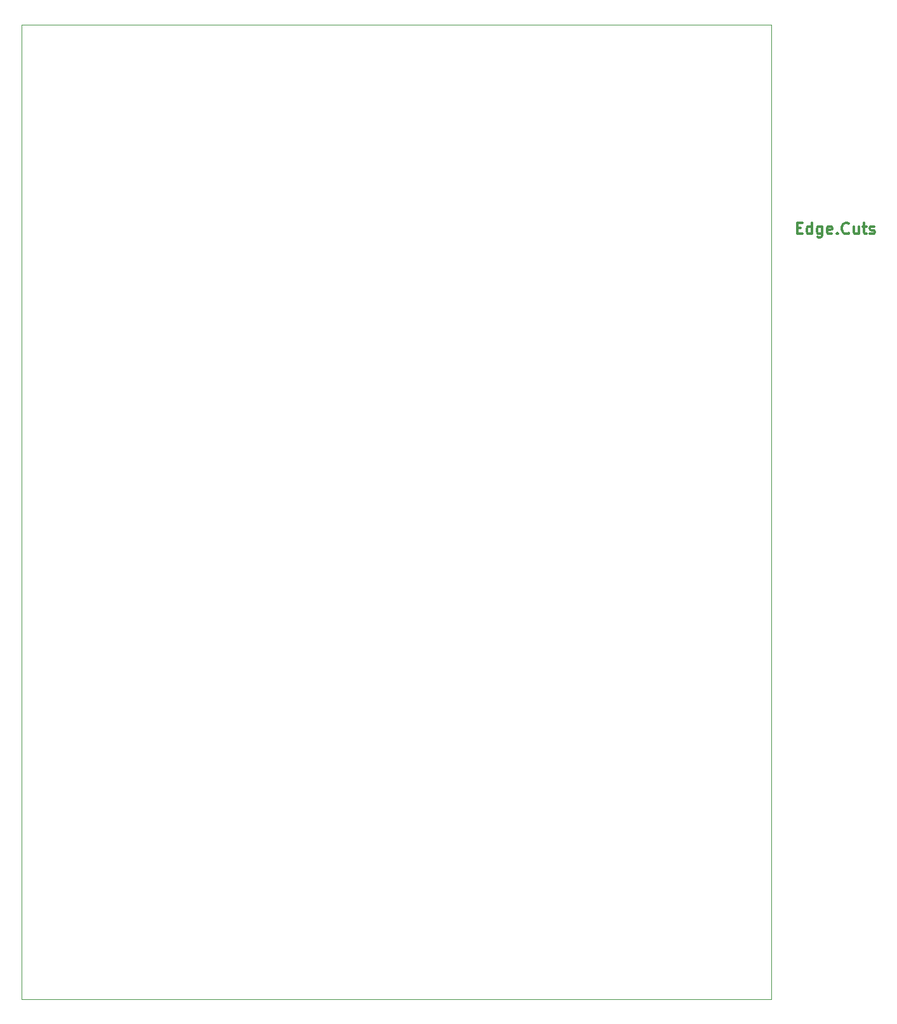
<source format=gbr>
G04 (created by PCBNEW (2013-mar-13)-testing) date Tue 15 Oct 2013 18:56:25 BST*
%MOIN*%
G04 Gerber Fmt 3.4, Leading zero omitted, Abs format*
%FSLAX34Y34*%
G01*
G70*
G90*
G04 APERTURE LIST*
%ADD10C,0.005906*%
%ADD11C,0.011811*%
%ADD12C,0.003937*%
G04 APERTURE END LIST*
G54D10*
G54D11*
X45435Y-15410D02*
X45632Y-15410D01*
X45717Y-15719D02*
X45435Y-15719D01*
X45435Y-15129D01*
X45717Y-15129D01*
X46223Y-15719D02*
X46223Y-15129D01*
X46223Y-15691D02*
X46167Y-15719D01*
X46054Y-15719D01*
X45998Y-15691D01*
X45970Y-15663D01*
X45942Y-15607D01*
X45942Y-15438D01*
X45970Y-15382D01*
X45998Y-15354D01*
X46054Y-15326D01*
X46167Y-15326D01*
X46223Y-15354D01*
X46757Y-15326D02*
X46757Y-15804D01*
X46729Y-15860D01*
X46701Y-15888D01*
X46645Y-15916D01*
X46560Y-15916D01*
X46504Y-15888D01*
X46757Y-15691D02*
X46701Y-15719D01*
X46588Y-15719D01*
X46532Y-15691D01*
X46504Y-15663D01*
X46476Y-15607D01*
X46476Y-15438D01*
X46504Y-15382D01*
X46532Y-15354D01*
X46588Y-15326D01*
X46701Y-15326D01*
X46757Y-15354D01*
X47263Y-15691D02*
X47207Y-15719D01*
X47095Y-15719D01*
X47038Y-15691D01*
X47010Y-15635D01*
X47010Y-15410D01*
X47038Y-15354D01*
X47095Y-15326D01*
X47207Y-15326D01*
X47263Y-15354D01*
X47291Y-15410D01*
X47291Y-15466D01*
X47010Y-15523D01*
X47544Y-15663D02*
X47573Y-15691D01*
X47544Y-15719D01*
X47516Y-15691D01*
X47544Y-15663D01*
X47544Y-15719D01*
X48163Y-15663D02*
X48135Y-15691D01*
X48051Y-15719D01*
X47994Y-15719D01*
X47910Y-15691D01*
X47854Y-15635D01*
X47826Y-15579D01*
X47798Y-15466D01*
X47798Y-15382D01*
X47826Y-15269D01*
X47854Y-15213D01*
X47910Y-15157D01*
X47994Y-15129D01*
X48051Y-15129D01*
X48135Y-15157D01*
X48163Y-15185D01*
X48669Y-15326D02*
X48669Y-15719D01*
X48416Y-15326D02*
X48416Y-15635D01*
X48444Y-15691D01*
X48501Y-15719D01*
X48585Y-15719D01*
X48641Y-15691D01*
X48669Y-15663D01*
X48866Y-15326D02*
X49091Y-15326D01*
X48951Y-15129D02*
X48951Y-15635D01*
X48979Y-15691D01*
X49035Y-15719D01*
X49091Y-15719D01*
X49260Y-15691D02*
X49316Y-15719D01*
X49429Y-15719D01*
X49485Y-15691D01*
X49513Y-15635D01*
X49513Y-15607D01*
X49485Y-15551D01*
X49429Y-15523D01*
X49344Y-15523D01*
X49288Y-15494D01*
X49260Y-15438D01*
X49260Y-15410D01*
X49288Y-15354D01*
X49344Y-15326D01*
X49429Y-15326D01*
X49485Y-15354D01*
G54D12*
X44094Y-44094D02*
X44094Y-55905D01*
X4724Y-44094D02*
X4724Y-55905D01*
X44094Y-55905D02*
X4724Y-55905D01*
X4724Y-44094D02*
X4724Y-4724D01*
X44094Y-4724D02*
X44094Y-44094D01*
X4724Y-4724D02*
X44094Y-4724D01*
M02*

</source>
